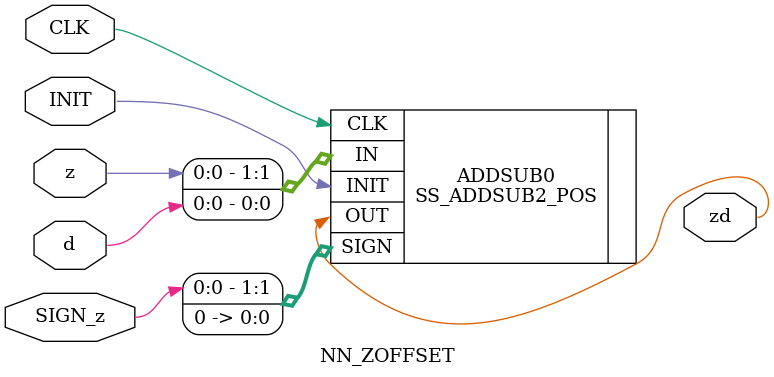
<source format=v>



module NN_ZOFFSET(CLK,INIT,z,SIGN_z,d,zd);

input CLK,INIT;

input z, SIGN_z, d;

output zd;


//LFSR16 LFSR0(.TRIG(CLK),.RESET(INIT),.OUT1(R1),.OUT2(R2),.SEED(16'd13441));

//DEC2STCH DS0(.CLK(CLK),.INIT(INIT),.D(8'd128),.LFSR(R1),.S(d));

SS_ADDSUB2_POS ADDSUB0(.CLK(CLK), .INIT(INIT), .IN({z,d}), .SIGN({SIGN_z,1'b0}), .OUT(zd));



endmodule
</source>
